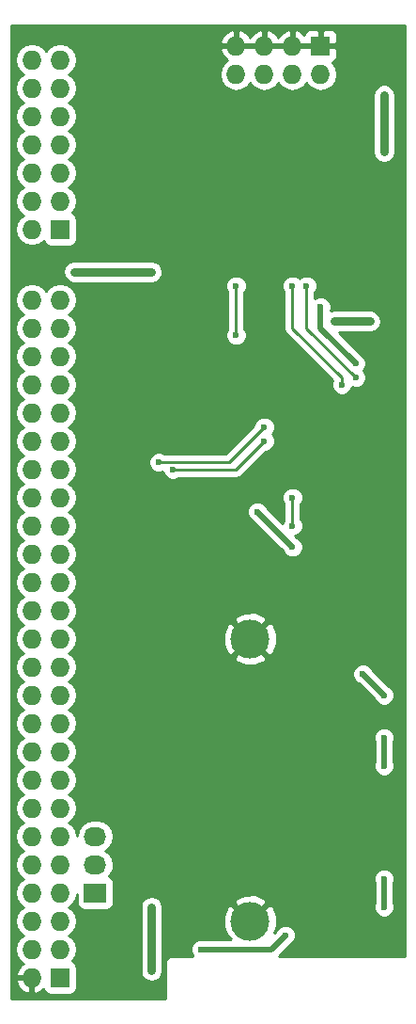
<source format=gbr>
G04 #@! TF.FileFunction,Copper,L2,Bot,Signal*
%FSLAX46Y46*%
G04 Gerber Fmt 4.6, Leading zero omitted, Abs format (unit mm)*
G04 Created by KiCad (PCBNEW 0.201506122246+5743~23~ubuntu14.04.1-product) date Mon 13 Jul 2015 16:56:03 BST*
%MOMM*%
G01*
G04 APERTURE LIST*
%ADD10C,0.100000*%
%ADD11C,3.500000*%
%ADD12R,1.727200X1.727200*%
%ADD13O,1.727200X1.727200*%
%ADD14R,2.032000X1.727200*%
%ADD15O,2.032000X1.727200*%
%ADD16C,0.600000*%
%ADD17C,0.750000*%
%ADD18C,0.250000*%
%ADD19C,0.500000*%
%ADD20C,0.254000*%
G04 APERTURE END LIST*
D10*
D11*
X121285000Y-83820000D03*
D12*
X104140000Y-46990000D03*
D13*
X101600000Y-46990000D03*
X104140000Y-44450000D03*
X101600000Y-44450000D03*
X104140000Y-41910000D03*
X101600000Y-41910000D03*
X104140000Y-39370000D03*
X101600000Y-39370000D03*
X104140000Y-36830000D03*
X101600000Y-36830000D03*
X104140000Y-34290000D03*
X101600000Y-34290000D03*
X104140000Y-31750000D03*
X101600000Y-31750000D03*
D12*
X104140000Y-114300000D03*
D13*
X101600000Y-114300000D03*
X104140000Y-111760000D03*
X101600000Y-111760000D03*
X104140000Y-109220000D03*
X101600000Y-109220000D03*
X104140000Y-106680000D03*
X101600000Y-106680000D03*
X104140000Y-104140000D03*
X101600000Y-104140000D03*
X104140000Y-101600000D03*
X101600000Y-101600000D03*
X104140000Y-99060000D03*
X101600000Y-99060000D03*
X104140000Y-96520000D03*
X101600000Y-96520000D03*
X104140000Y-93980000D03*
X101600000Y-93980000D03*
X104140000Y-91440000D03*
X101600000Y-91440000D03*
X104140000Y-88900000D03*
X101600000Y-88900000D03*
X104140000Y-86360000D03*
X101600000Y-86360000D03*
X104140000Y-83820000D03*
X101600000Y-83820000D03*
X104140000Y-81280000D03*
X101600000Y-81280000D03*
X104140000Y-78740000D03*
X101600000Y-78740000D03*
X104140000Y-76200000D03*
X101600000Y-76200000D03*
X104140000Y-73660000D03*
X101600000Y-73660000D03*
X104140000Y-71120000D03*
X101600000Y-71120000D03*
X104140000Y-68580000D03*
X101600000Y-68580000D03*
X104140000Y-66040000D03*
X101600000Y-66040000D03*
X104140000Y-63500000D03*
X101600000Y-63500000D03*
X104140000Y-60960000D03*
X101600000Y-60960000D03*
X104140000Y-58420000D03*
X101600000Y-58420000D03*
X104140000Y-55880000D03*
X101600000Y-55880000D03*
X104140000Y-53340000D03*
X101600000Y-53340000D03*
D11*
X121285000Y-109220000D03*
D12*
X127635000Y-30480000D03*
D13*
X127635000Y-33020000D03*
X125095000Y-30480000D03*
X125095000Y-33020000D03*
X122555000Y-30480000D03*
X122555000Y-33020000D03*
X120015000Y-30480000D03*
X120015000Y-33020000D03*
D14*
X107315000Y-106680000D03*
D15*
X107315000Y-104140000D03*
X107315000Y-101600000D03*
D16*
X130810000Y-102870000D03*
X110490000Y-99060000D03*
X110490000Y-91440000D03*
X130810000Y-105410000D03*
X118745000Y-103505000D03*
X121920000Y-102870000D03*
X123190000Y-100965000D03*
X129540000Y-39751000D03*
X118745000Y-52832000D03*
X118745000Y-73025000D03*
X117475000Y-58420000D03*
X117475000Y-38100000D03*
X127635000Y-50800000D03*
X127635000Y-71120000D03*
X127635000Y-62230000D03*
X130810000Y-30480000D03*
X116840000Y-30480000D03*
X132080000Y-55245000D03*
X128905000Y-55245000D03*
X112395000Y-50800000D03*
X105410000Y-50800000D03*
X133350000Y-40005000D03*
X133350000Y-34925000D03*
X120015000Y-56515000D03*
X120015000Y-52070000D03*
X116840000Y-111760000D03*
X127635000Y-53975000D03*
X130810000Y-59055000D03*
X125095000Y-75565000D03*
X121920000Y-72390000D03*
X124460000Y-110490000D03*
X133350000Y-107950000D03*
X133350000Y-105410000D03*
X133350000Y-95250000D03*
X133350000Y-92710000D03*
X133350000Y-88900000D03*
X131445000Y-86995000D03*
X112395000Y-107950000D03*
X112395000Y-113665000D03*
X125095000Y-52070000D03*
X129540000Y-60960000D03*
X125095000Y-71120000D03*
X125095000Y-73660000D03*
X130810000Y-60325000D03*
X126365000Y-52070000D03*
X122555000Y-66040000D03*
X114300000Y-68580000D03*
X122555000Y-64770000D03*
X113030000Y-67945000D03*
D17*
X128905000Y-55245000D02*
X132080000Y-55245000D01*
X105410000Y-50800000D02*
X112395000Y-50800000D01*
X133350000Y-40005000D02*
X133350000Y-34925000D01*
D18*
X120015000Y-52070000D02*
X120015000Y-56515000D01*
D19*
X119380000Y-111760000D02*
X116840000Y-111760000D01*
X127635000Y-55880000D02*
X127635000Y-53975000D01*
X130810000Y-59055000D02*
X127635000Y-55880000D01*
X121920000Y-72390000D02*
X125095000Y-75565000D01*
X123190000Y-111760000D02*
X124460000Y-110490000D01*
X119380000Y-111760000D02*
X123190000Y-111760000D01*
X133350000Y-107950000D02*
X133350000Y-105410000D01*
X133350000Y-95250000D02*
X133350000Y-92710000D01*
X133350000Y-88900000D02*
X131445000Y-86995000D01*
D17*
X112395000Y-113665000D02*
X112395000Y-107950000D01*
D18*
X129540000Y-60325000D02*
X125095000Y-55880000D01*
X125095000Y-55880000D02*
X125095000Y-52070000D01*
X129540000Y-60960000D02*
X129540000Y-60325000D01*
X125095000Y-73025000D02*
X125095000Y-71120000D01*
X125095000Y-73025000D02*
X125095000Y-73660000D01*
X126365000Y-55423186D02*
X126365000Y-55880000D01*
X126365000Y-55880000D02*
X130810000Y-60325000D01*
X126365000Y-52070000D02*
X126365000Y-55423186D01*
X114300000Y-68580000D02*
X120015000Y-68580000D01*
X120015000Y-68580000D02*
X122555000Y-66040000D01*
X122555000Y-64770000D02*
X119380000Y-67945000D01*
X119380000Y-67945000D02*
X113030000Y-67945000D01*
D20*
G36*
X135205000Y-112345000D02*
X135205000Y-112345000D01*
X123856580Y-112345000D01*
X124868834Y-111332745D01*
X124988943Y-111283117D01*
X125252192Y-111020327D01*
X125394838Y-110676799D01*
X125395162Y-110304833D01*
X125253117Y-109961057D01*
X124990327Y-109697808D01*
X124646799Y-109555162D01*
X124274833Y-109554838D01*
X123931057Y-109696883D01*
X123667808Y-109959673D01*
X123617434Y-110080987D01*
X123437496Y-110260925D01*
X123675956Y-109663409D01*
X123663641Y-108714677D01*
X123324271Y-107895364D01*
X122979528Y-107705077D01*
X121464605Y-109220000D01*
X121478748Y-109234143D01*
X121299143Y-109413748D01*
X121285000Y-109399605D01*
X121270858Y-109413748D01*
X121091253Y-109234143D01*
X121105395Y-109220000D01*
X119590472Y-107705077D01*
X119245729Y-107895364D01*
X118894044Y-108776591D01*
X118906359Y-109725323D01*
X119245729Y-110544636D01*
X119590470Y-110734922D01*
X119477466Y-110847926D01*
X119504540Y-110875000D01*
X117146822Y-110875000D01*
X117026799Y-110825162D01*
X116654833Y-110824838D01*
X116311057Y-110966883D01*
X116047808Y-111229673D01*
X115905162Y-111573201D01*
X115904838Y-111945167D01*
X116046883Y-112288943D01*
X116102842Y-112345000D01*
X114300000Y-112345000D01*
X114037862Y-112397143D01*
X113815632Y-112545632D01*
X113667143Y-112767862D01*
X113615000Y-113030000D01*
X113615000Y-116155000D01*
X99745000Y-116155000D01*
X99745000Y-114427000D01*
X100266183Y-114427000D01*
X100145042Y-114659026D01*
X100317312Y-115074947D01*
X100711510Y-115506821D01*
X101240973Y-115754968D01*
X101473000Y-115634469D01*
X101473000Y-114427000D01*
X100266183Y-114427000D01*
X99745000Y-114427000D01*
X99745000Y-51841400D01*
X101570641Y-51841400D01*
X100997152Y-51955474D01*
X100510971Y-52280330D01*
X100186115Y-52766511D01*
X100072041Y-53340000D01*
X100186115Y-53913489D01*
X100510971Y-54399670D01*
X100825752Y-54610000D01*
X100510971Y-54820330D01*
X100186115Y-55306511D01*
X100072041Y-55880000D01*
X100186115Y-56453489D01*
X100510971Y-56939670D01*
X100825752Y-57150000D01*
X100510971Y-57360330D01*
X100186115Y-57846511D01*
X100072041Y-58420000D01*
X100186115Y-58993489D01*
X100510971Y-59479670D01*
X100825752Y-59690000D01*
X100510971Y-59900330D01*
X100186115Y-60386511D01*
X100072041Y-60960000D01*
X100186115Y-61533489D01*
X100510971Y-62019670D01*
X100825752Y-62230000D01*
X100510971Y-62440330D01*
X100186115Y-62926511D01*
X100072041Y-63500000D01*
X100186115Y-64073489D01*
X100510971Y-64559670D01*
X100825752Y-64770000D01*
X100510971Y-64980330D01*
X100186115Y-65466511D01*
X100072041Y-66040000D01*
X100186115Y-66613489D01*
X100510971Y-67099670D01*
X100825752Y-67310000D01*
X100510971Y-67520330D01*
X100186115Y-68006511D01*
X100072041Y-68580000D01*
X100186115Y-69153489D01*
X100510971Y-69639670D01*
X100825752Y-69850000D01*
X100510971Y-70060330D01*
X100186115Y-70546511D01*
X100072041Y-71120000D01*
X100186115Y-71693489D01*
X100510971Y-72179670D01*
X100825752Y-72390000D01*
X100510971Y-72600330D01*
X100186115Y-73086511D01*
X100072041Y-73660000D01*
X100186115Y-74233489D01*
X100510971Y-74719670D01*
X100825752Y-74930000D01*
X100510971Y-75140330D01*
X100186115Y-75626511D01*
X100072041Y-76200000D01*
X100186115Y-76773489D01*
X100510971Y-77259670D01*
X100825752Y-77470000D01*
X100510971Y-77680330D01*
X100186115Y-78166511D01*
X100072041Y-78740000D01*
X100186115Y-79313489D01*
X100510971Y-79799670D01*
X100825752Y-80010000D01*
X100510971Y-80220330D01*
X100186115Y-80706511D01*
X100072041Y-81280000D01*
X100186115Y-81853489D01*
X100510971Y-82339670D01*
X100825752Y-82550000D01*
X100510971Y-82760330D01*
X100186115Y-83246511D01*
X100072041Y-83820000D01*
X100186115Y-84393489D01*
X100510971Y-84879670D01*
X100825752Y-85090000D01*
X100510971Y-85300330D01*
X100186115Y-85786511D01*
X100072041Y-86360000D01*
X100186115Y-86933489D01*
X100510971Y-87419670D01*
X100825752Y-87630000D01*
X100510971Y-87840330D01*
X100186115Y-88326511D01*
X100072041Y-88900000D01*
X100186115Y-89473489D01*
X100510971Y-89959670D01*
X100825752Y-90170000D01*
X100510971Y-90380330D01*
X100186115Y-90866511D01*
X100072041Y-91440000D01*
X100186115Y-92013489D01*
X100510971Y-92499670D01*
X100825752Y-92710000D01*
X100510971Y-92920330D01*
X100186115Y-93406511D01*
X100072041Y-93980000D01*
X100186115Y-94553489D01*
X100510971Y-95039670D01*
X100825752Y-95250000D01*
X100510971Y-95460330D01*
X100186115Y-95946511D01*
X100072041Y-96520000D01*
X100186115Y-97093489D01*
X100510971Y-97579670D01*
X100825752Y-97790000D01*
X100510971Y-98000330D01*
X100186115Y-98486511D01*
X100072041Y-99060000D01*
X100186115Y-99633489D01*
X100510971Y-100119670D01*
X100825752Y-100330000D01*
X100510971Y-100540330D01*
X100186115Y-101026511D01*
X100072041Y-101600000D01*
X100186115Y-102173489D01*
X100510971Y-102659670D01*
X100825752Y-102870000D01*
X100510971Y-103080330D01*
X100186115Y-103566511D01*
X100072041Y-104140000D01*
X100186115Y-104713489D01*
X100510971Y-105199670D01*
X100825752Y-105410000D01*
X100510971Y-105620330D01*
X100186115Y-106106511D01*
X100072041Y-106680000D01*
X100186115Y-107253489D01*
X100510971Y-107739670D01*
X100825752Y-107950000D01*
X100510971Y-108160330D01*
X100186115Y-108646511D01*
X100072041Y-109220000D01*
X100186115Y-109793489D01*
X100510971Y-110279670D01*
X100825752Y-110490000D01*
X100510971Y-110700330D01*
X100186115Y-111186511D01*
X100072041Y-111760000D01*
X100186115Y-112333489D01*
X100510971Y-112819670D01*
X100834228Y-113035664D01*
X100711510Y-113093179D01*
X100317312Y-113525053D01*
X100145042Y-113940974D01*
X100266183Y-114173000D01*
X101473000Y-114173000D01*
X101473000Y-114153000D01*
X101727000Y-114153000D01*
X101727000Y-114173000D01*
X101747000Y-114173000D01*
X101747000Y-114427000D01*
X101727000Y-114427000D01*
X101727000Y-115634469D01*
X101959027Y-115754968D01*
X102488490Y-115506821D01*
X102659254Y-115319736D01*
X102675937Y-115405723D01*
X102815727Y-115618527D01*
X103026760Y-115760977D01*
X103276400Y-115811040D01*
X105003600Y-115811040D01*
X105245723Y-115764063D01*
X105458527Y-115624273D01*
X105600977Y-115413240D01*
X105651040Y-115163600D01*
X105651040Y-113436400D01*
X105604063Y-113194277D01*
X105464273Y-112981473D01*
X105253240Y-112839023D01*
X105212340Y-112830821D01*
X105229029Y-112819670D01*
X105553885Y-112333489D01*
X105667959Y-111760000D01*
X105553885Y-111186511D01*
X105229029Y-110700330D01*
X104914248Y-110490000D01*
X105229029Y-110279670D01*
X105553885Y-109793489D01*
X105667959Y-109220000D01*
X105553885Y-108646511D01*
X105229029Y-108160330D01*
X104914248Y-107950000D01*
X105229029Y-107739670D01*
X105553885Y-107253489D01*
X105651560Y-106762443D01*
X105651560Y-107543600D01*
X105698537Y-107785723D01*
X105838327Y-107998527D01*
X106049360Y-108140977D01*
X106299000Y-108191040D01*
X108331000Y-108191040D01*
X108573123Y-108144063D01*
X108785927Y-108004273D01*
X108928377Y-107793240D01*
X108978440Y-107543600D01*
X108978440Y-106940000D01*
X112395000Y-106940000D01*
X112008490Y-107016882D01*
X111680822Y-107235822D01*
X111461882Y-107563490D01*
X111385000Y-107950000D01*
X111385000Y-113665000D01*
X111461882Y-114051510D01*
X111680822Y-114379178D01*
X112008490Y-114598118D01*
X112395000Y-114675000D01*
X112781510Y-114598118D01*
X113109178Y-114379178D01*
X113328118Y-114051510D01*
X113405000Y-113665000D01*
X113405000Y-107950000D01*
X113328118Y-107563490D01*
X113109178Y-107235822D01*
X112781510Y-107016882D01*
X112395000Y-106940000D01*
X108978440Y-106940000D01*
X108978440Y-106829044D01*
X121728409Y-106829044D01*
X120779677Y-106841359D01*
X119960364Y-107180729D01*
X119770077Y-107525472D01*
X121285000Y-109040395D01*
X122799923Y-107525472D01*
X122609636Y-107180729D01*
X121728409Y-106829044D01*
X108978440Y-106829044D01*
X108978440Y-105816400D01*
X108931463Y-105574277D01*
X108791673Y-105361473D01*
X108580640Y-105219023D01*
X108542037Y-105211282D01*
X108559415Y-105199670D01*
X108884271Y-104713489D01*
X108931741Y-104474838D01*
X133164833Y-104474838D01*
X132821057Y-104616883D01*
X132557808Y-104879673D01*
X132415162Y-105223201D01*
X132414838Y-105595167D01*
X132465000Y-105716569D01*
X132465000Y-107643178D01*
X132415162Y-107763201D01*
X132414838Y-108135167D01*
X132556883Y-108478943D01*
X132819673Y-108742192D01*
X133163201Y-108884838D01*
X133535167Y-108885162D01*
X133878943Y-108743117D01*
X134142192Y-108480327D01*
X134284838Y-108136799D01*
X134285162Y-107764833D01*
X134235000Y-107643431D01*
X134235000Y-105716822D01*
X134284838Y-105596799D01*
X134285162Y-105224833D01*
X134143117Y-104881057D01*
X133880327Y-104617808D01*
X133536799Y-104475162D01*
X133164833Y-104474838D01*
X108931741Y-104474838D01*
X108998345Y-104140000D01*
X108884271Y-103566511D01*
X108559415Y-103080330D01*
X108244634Y-102870000D01*
X108559415Y-102659670D01*
X108884271Y-102173489D01*
X108998345Y-101600000D01*
X108884271Y-101026511D01*
X108559415Y-100540330D01*
X108073234Y-100215474D01*
X107499745Y-100101400D01*
X107130255Y-100101400D01*
X106556766Y-100215474D01*
X106070585Y-100540330D01*
X105745729Y-101026511D01*
X105649807Y-101508744D01*
X105553885Y-101026511D01*
X105229029Y-100540330D01*
X104914248Y-100330000D01*
X105229029Y-100119670D01*
X105553885Y-99633489D01*
X105667959Y-99060000D01*
X105553885Y-98486511D01*
X105229029Y-98000330D01*
X104914248Y-97790000D01*
X105229029Y-97579670D01*
X105553885Y-97093489D01*
X105667959Y-96520000D01*
X105553885Y-95946511D01*
X105229029Y-95460330D01*
X104914248Y-95250000D01*
X105229029Y-95039670D01*
X105553885Y-94553489D01*
X105667959Y-93980000D01*
X105553885Y-93406511D01*
X105229029Y-92920330D01*
X104914248Y-92710000D01*
X105229029Y-92499670D01*
X105553885Y-92013489D01*
X105601355Y-91774838D01*
X133164833Y-91774838D01*
X132821057Y-91916883D01*
X132557808Y-92179673D01*
X132415162Y-92523201D01*
X132414838Y-92895167D01*
X132465000Y-93016569D01*
X132465000Y-94943178D01*
X132415162Y-95063201D01*
X132414838Y-95435167D01*
X132556883Y-95778943D01*
X132819673Y-96042192D01*
X133163201Y-96184838D01*
X133535167Y-96185162D01*
X133878943Y-96043117D01*
X134142192Y-95780327D01*
X134284838Y-95436799D01*
X134285162Y-95064833D01*
X134235000Y-94943431D01*
X134235000Y-93016822D01*
X134284838Y-92896799D01*
X134285162Y-92524833D01*
X134143117Y-92181057D01*
X133880327Y-91917808D01*
X133536799Y-91775162D01*
X133164833Y-91774838D01*
X105601355Y-91774838D01*
X105667959Y-91440000D01*
X105553885Y-90866511D01*
X105229029Y-90380330D01*
X104914248Y-90170000D01*
X105229029Y-89959670D01*
X105553885Y-89473489D01*
X105667959Y-88900000D01*
X105553885Y-88326511D01*
X105229029Y-87840330D01*
X104914248Y-87630000D01*
X105229029Y-87419670D01*
X105553885Y-86933489D01*
X105667959Y-86360000D01*
X105553885Y-85786511D01*
X105229029Y-85300330D01*
X104914248Y-85090000D01*
X105229029Y-84879670D01*
X105553885Y-84393489D01*
X105667959Y-83820000D01*
X105553885Y-83246511D01*
X105229029Y-82760330D01*
X104914248Y-82550000D01*
X105229029Y-82339670D01*
X105252143Y-82305077D01*
X119590472Y-82305077D01*
X119245729Y-82495364D01*
X118894044Y-83376591D01*
X118906359Y-84325323D01*
X119245729Y-85144636D01*
X119590472Y-85334923D01*
X120925790Y-83999605D01*
X121285000Y-83999605D01*
X119770077Y-85514528D01*
X119960364Y-85859271D01*
X120841591Y-86210956D01*
X121790323Y-86198641D01*
X122125423Y-86059838D01*
X131259833Y-86059838D01*
X130916057Y-86201883D01*
X130652808Y-86464673D01*
X130510162Y-86808201D01*
X130509838Y-87180167D01*
X130651883Y-87523943D01*
X130914673Y-87787192D01*
X131035986Y-87837566D01*
X132507255Y-89308834D01*
X132556883Y-89428943D01*
X132819673Y-89692192D01*
X133163201Y-89834838D01*
X133535167Y-89835162D01*
X133878943Y-89693117D01*
X134142192Y-89430327D01*
X134284838Y-89086799D01*
X134285162Y-88714833D01*
X134143117Y-88371057D01*
X133880327Y-88107808D01*
X133759013Y-88057434D01*
X132287744Y-86586164D01*
X132238117Y-86466057D01*
X131975327Y-86202808D01*
X131631799Y-86060162D01*
X131259833Y-86059838D01*
X122125423Y-86059838D01*
X122609636Y-85859271D01*
X122799923Y-85514528D01*
X121285000Y-83999605D01*
X120925790Y-83999605D01*
X121105395Y-83820000D01*
X119590472Y-82305077D01*
X105252143Y-82305077D01*
X105553885Y-81853489D01*
X105638312Y-81429044D01*
X121728409Y-81429044D01*
X120779677Y-81441359D01*
X119960364Y-81780729D01*
X119770077Y-82125472D01*
X121285000Y-83640395D01*
X122620318Y-82305077D01*
X122979528Y-82305077D01*
X121464605Y-83820000D01*
X122979528Y-85334923D01*
X123324271Y-85144636D01*
X123675956Y-84263409D01*
X123663641Y-83314677D01*
X123324271Y-82495364D01*
X122979528Y-82305077D01*
X122620318Y-82305077D01*
X122799923Y-82125472D01*
X122609636Y-81780729D01*
X121728409Y-81429044D01*
X105638312Y-81429044D01*
X105667959Y-81280000D01*
X105553885Y-80706511D01*
X105229029Y-80220330D01*
X104914248Y-80010000D01*
X105229029Y-79799670D01*
X105553885Y-79313489D01*
X105667959Y-78740000D01*
X105553885Y-78166511D01*
X105229029Y-77680330D01*
X104914248Y-77470000D01*
X105229029Y-77259670D01*
X105553885Y-76773489D01*
X105667959Y-76200000D01*
X105553885Y-75626511D01*
X105229029Y-75140330D01*
X104914248Y-74930000D01*
X105229029Y-74719670D01*
X105553885Y-74233489D01*
X105667959Y-73660000D01*
X105553885Y-73086511D01*
X105229029Y-72600330D01*
X104914248Y-72390000D01*
X105229029Y-72179670D01*
X105553885Y-71693489D01*
X105667959Y-71120000D01*
X105553885Y-70546511D01*
X105312223Y-70184838D01*
X124909833Y-70184838D01*
X124566057Y-70326883D01*
X124302808Y-70589673D01*
X124160162Y-70933201D01*
X124159838Y-71305167D01*
X124301883Y-71648943D01*
X124335000Y-71682118D01*
X124335000Y-73097537D01*
X124302808Y-73129673D01*
X124187924Y-73406344D01*
X122762744Y-71981164D01*
X122713117Y-71861057D01*
X122450327Y-71597808D01*
X122106799Y-71455162D01*
X121734833Y-71454838D01*
X121391057Y-71596883D01*
X121127808Y-71859673D01*
X120985162Y-72203201D01*
X120984838Y-72575167D01*
X121126883Y-72918943D01*
X121389673Y-73182192D01*
X121510986Y-73232566D01*
X124252255Y-75973834D01*
X124301883Y-76093943D01*
X124564673Y-76357192D01*
X124908201Y-76499838D01*
X125280167Y-76500162D01*
X125623943Y-76358117D01*
X125887192Y-76095327D01*
X126029838Y-75751799D01*
X126030162Y-75379833D01*
X125888117Y-75036057D01*
X125625327Y-74772808D01*
X125504013Y-74722434D01*
X125348505Y-74566926D01*
X125623943Y-74453117D01*
X125887192Y-74190327D01*
X126029838Y-73846799D01*
X126030162Y-73474833D01*
X125888117Y-73131057D01*
X125855000Y-73097882D01*
X125855000Y-71682463D01*
X125887192Y-71650327D01*
X126029838Y-71306799D01*
X126030162Y-70934833D01*
X125888117Y-70591057D01*
X125625327Y-70327808D01*
X125281799Y-70185162D01*
X124909833Y-70184838D01*
X105312223Y-70184838D01*
X105229029Y-70060330D01*
X104914248Y-69850000D01*
X105229029Y-69639670D01*
X105553885Y-69153489D01*
X105667959Y-68580000D01*
X105553885Y-68006511D01*
X105229029Y-67520330D01*
X104914248Y-67310000D01*
X105229029Y-67099670D01*
X105553885Y-66613489D01*
X105667959Y-66040000D01*
X105553885Y-65466511D01*
X105229029Y-64980330D01*
X104914248Y-64770000D01*
X105229029Y-64559670D01*
X105553885Y-64073489D01*
X105601355Y-63834838D01*
X122369833Y-63834838D01*
X122026057Y-63976883D01*
X121762808Y-64239673D01*
X121620162Y-64583201D01*
X121620121Y-64630077D01*
X119065198Y-67185000D01*
X113592463Y-67185000D01*
X113560327Y-67152808D01*
X113216799Y-67010162D01*
X112844833Y-67009838D01*
X112501057Y-67151883D01*
X112237808Y-67414673D01*
X112095162Y-67758201D01*
X112094838Y-68130167D01*
X112236883Y-68473943D01*
X112499673Y-68737192D01*
X112843201Y-68879838D01*
X113215167Y-68880162D01*
X113383597Y-68810568D01*
X113506883Y-69108943D01*
X113769673Y-69372192D01*
X114113201Y-69514838D01*
X114485167Y-69515162D01*
X114828943Y-69373117D01*
X114862118Y-69340000D01*
X120015000Y-69340000D01*
X120305839Y-69282148D01*
X120552401Y-69117401D01*
X122694680Y-66975122D01*
X122740167Y-66975162D01*
X123083943Y-66833117D01*
X123347192Y-66570327D01*
X123489838Y-66226799D01*
X123490162Y-65854833D01*
X123348117Y-65511057D01*
X123242290Y-65405046D01*
X123347192Y-65300327D01*
X123489838Y-64956799D01*
X123490162Y-64584833D01*
X123348117Y-64241057D01*
X123085327Y-63977808D01*
X122741799Y-63835162D01*
X122369833Y-63834838D01*
X105601355Y-63834838D01*
X105667959Y-63500000D01*
X105553885Y-62926511D01*
X105229029Y-62440330D01*
X104914248Y-62230000D01*
X105229029Y-62019670D01*
X105553885Y-61533489D01*
X105667959Y-60960000D01*
X105553885Y-60386511D01*
X105229029Y-59900330D01*
X104914248Y-59690000D01*
X105229029Y-59479670D01*
X105553885Y-58993489D01*
X105667959Y-58420000D01*
X105553885Y-57846511D01*
X105229029Y-57360330D01*
X104914248Y-57150000D01*
X105229029Y-56939670D01*
X105553885Y-56453489D01*
X105667959Y-55880000D01*
X105553885Y-55306511D01*
X105229029Y-54820330D01*
X104914248Y-54610000D01*
X105229029Y-54399670D01*
X105553885Y-53913489D01*
X105667959Y-53340000D01*
X105553885Y-52766511D01*
X105229029Y-52280330D01*
X104742848Y-51955474D01*
X104169359Y-51841400D01*
X104110641Y-51841400D01*
X103537152Y-51955474D01*
X103050971Y-52280330D01*
X102870000Y-52551172D01*
X102689029Y-52280330D01*
X102202848Y-51955474D01*
X101629359Y-51841400D01*
X101570641Y-51841400D01*
X99745000Y-51841400D01*
X99745000Y-49790000D01*
X105410000Y-49790000D01*
X105023490Y-49866882D01*
X104695822Y-50085822D01*
X104476882Y-50413490D01*
X104400000Y-50800000D01*
X104476882Y-51186510D01*
X104695822Y-51514178D01*
X105023490Y-51733118D01*
X105410000Y-51810000D01*
X112395000Y-51810000D01*
X112781510Y-51733118D01*
X113109178Y-51514178D01*
X113328118Y-51186510D01*
X113338396Y-51134838D01*
X119829833Y-51134838D01*
X119486057Y-51276883D01*
X119222808Y-51539673D01*
X119080162Y-51883201D01*
X119079838Y-52255167D01*
X119221883Y-52598943D01*
X119255000Y-52632118D01*
X119255000Y-55952537D01*
X119222808Y-55984673D01*
X119080162Y-56328201D01*
X119079838Y-56700167D01*
X119221883Y-57043943D01*
X119484673Y-57307192D01*
X119828201Y-57449838D01*
X120200167Y-57450162D01*
X120543943Y-57308117D01*
X120807192Y-57045327D01*
X120949838Y-56701799D01*
X120950162Y-56329833D01*
X120808117Y-55986057D01*
X120775000Y-55952882D01*
X120775000Y-52632463D01*
X120807192Y-52600327D01*
X120949838Y-52256799D01*
X120950162Y-51884833D01*
X120808117Y-51541057D01*
X120545327Y-51277808D01*
X120201799Y-51135162D01*
X119829833Y-51134838D01*
X124909833Y-51134838D01*
X124566057Y-51276883D01*
X124302808Y-51539673D01*
X124160162Y-51883201D01*
X124159838Y-52255167D01*
X124301883Y-52598943D01*
X124335000Y-52632118D01*
X124335000Y-55880000D01*
X124392852Y-56170839D01*
X124557599Y-56417401D01*
X128695600Y-60555402D01*
X128605162Y-60773201D01*
X128604838Y-61145167D01*
X128746883Y-61488943D01*
X129009673Y-61752192D01*
X129353201Y-61894838D01*
X129725167Y-61895162D01*
X130068943Y-61753117D01*
X130332192Y-61490327D01*
X130456622Y-61190668D01*
X130623201Y-61259838D01*
X130995167Y-61260162D01*
X131338943Y-61118117D01*
X131602192Y-60855327D01*
X131744838Y-60511799D01*
X131745162Y-60139833D01*
X131603117Y-59796057D01*
X131497290Y-59690046D01*
X131602192Y-59585327D01*
X131744838Y-59241799D01*
X131745162Y-58869833D01*
X131603117Y-58526057D01*
X131340327Y-58262808D01*
X131219013Y-58212434D01*
X129261580Y-56255000D01*
X132080000Y-56255000D01*
X132466510Y-56178118D01*
X132794178Y-55959178D01*
X133013118Y-55631510D01*
X133090000Y-55245000D01*
X133013118Y-54858490D01*
X132794178Y-54530822D01*
X132466510Y-54311882D01*
X132080000Y-54235000D01*
X128905000Y-54235000D01*
X128520000Y-54311582D01*
X128520000Y-54281822D01*
X128569838Y-54161799D01*
X128570162Y-53789833D01*
X128428117Y-53446057D01*
X128165327Y-53182808D01*
X127821799Y-53040162D01*
X127449833Y-53039838D01*
X127125000Y-53174056D01*
X127125000Y-52632463D01*
X127157192Y-52600327D01*
X127299838Y-52256799D01*
X127300162Y-51884833D01*
X127158117Y-51541057D01*
X126895327Y-51277808D01*
X126551799Y-51135162D01*
X126179833Y-51134838D01*
X125836057Y-51276883D01*
X125730046Y-51382710D01*
X125625327Y-51277808D01*
X125281799Y-51135162D01*
X124909833Y-51134838D01*
X119829833Y-51134838D01*
X119829833Y-51134838D01*
X113338396Y-51134838D01*
X113405000Y-50800000D01*
X113328118Y-50413490D01*
X113109178Y-50085822D01*
X112781510Y-49866882D01*
X112395000Y-49790000D01*
X105410000Y-49790000D01*
X99745000Y-49790000D01*
X99745000Y-30251400D01*
X101570641Y-30251400D01*
X100997152Y-30365474D01*
X100510971Y-30690330D01*
X100186115Y-31176511D01*
X100072041Y-31750000D01*
X100186115Y-32323489D01*
X100510971Y-32809670D01*
X100825752Y-33020000D01*
X100510971Y-33230330D01*
X100186115Y-33716511D01*
X100072041Y-34290000D01*
X100186115Y-34863489D01*
X100510971Y-35349670D01*
X100825752Y-35560000D01*
X100510971Y-35770330D01*
X100186115Y-36256511D01*
X100072041Y-36830000D01*
X100186115Y-37403489D01*
X100510971Y-37889670D01*
X100825752Y-38100000D01*
X100510971Y-38310330D01*
X100186115Y-38796511D01*
X100072041Y-39370000D01*
X100186115Y-39943489D01*
X100510971Y-40429670D01*
X100825752Y-40640000D01*
X100510971Y-40850330D01*
X100186115Y-41336511D01*
X100072041Y-41910000D01*
X100186115Y-42483489D01*
X100510971Y-42969670D01*
X100825752Y-43180000D01*
X100510971Y-43390330D01*
X100186115Y-43876511D01*
X100072041Y-44450000D01*
X100186115Y-45023489D01*
X100510971Y-45509670D01*
X100825752Y-45720000D01*
X100510971Y-45930330D01*
X100186115Y-46416511D01*
X100072041Y-46990000D01*
X100186115Y-47563489D01*
X100510971Y-48049670D01*
X100997152Y-48374526D01*
X101570641Y-48488600D01*
X101629359Y-48488600D01*
X102202848Y-48374526D01*
X102669530Y-48062699D01*
X102675937Y-48095723D01*
X102815727Y-48308527D01*
X103026760Y-48450977D01*
X103276400Y-48501040D01*
X105003600Y-48501040D01*
X105245723Y-48454063D01*
X105458527Y-48314273D01*
X105600977Y-48103240D01*
X105651040Y-47853600D01*
X105651040Y-46126400D01*
X105604063Y-45884277D01*
X105464273Y-45671473D01*
X105253240Y-45529023D01*
X105212340Y-45520821D01*
X105229029Y-45509670D01*
X105553885Y-45023489D01*
X105667959Y-44450000D01*
X105553885Y-43876511D01*
X105229029Y-43390330D01*
X104914248Y-43180000D01*
X105229029Y-42969670D01*
X105553885Y-42483489D01*
X105667959Y-41910000D01*
X105553885Y-41336511D01*
X105229029Y-40850330D01*
X104914248Y-40640000D01*
X105229029Y-40429670D01*
X105553885Y-39943489D01*
X105667959Y-39370000D01*
X105553885Y-38796511D01*
X105229029Y-38310330D01*
X104914248Y-38100000D01*
X105229029Y-37889670D01*
X105553885Y-37403489D01*
X105667959Y-36830000D01*
X105553885Y-36256511D01*
X105229029Y-35770330D01*
X104914248Y-35560000D01*
X105229029Y-35349670D01*
X105553885Y-34863489D01*
X105667959Y-34290000D01*
X105553885Y-33716511D01*
X105229029Y-33230330D01*
X104914248Y-33020000D01*
X105229029Y-32809670D01*
X105553885Y-32323489D01*
X105667959Y-31750000D01*
X105553885Y-31176511D01*
X105229029Y-30690330D01*
X105104317Y-30607000D01*
X118680531Y-30607000D01*
X118560032Y-30839027D01*
X118808179Y-31368490D01*
X119226161Y-31750008D01*
X118955330Y-31930971D01*
X118630474Y-32417152D01*
X118516400Y-32990641D01*
X118516400Y-33049359D01*
X118630474Y-33622848D01*
X118955330Y-34109029D01*
X119441511Y-34433885D01*
X120015000Y-34547959D01*
X120588489Y-34433885D01*
X121074670Y-34109029D01*
X121285000Y-33794248D01*
X121495330Y-34109029D01*
X121981511Y-34433885D01*
X122555000Y-34547959D01*
X123128489Y-34433885D01*
X123614670Y-34109029D01*
X123825000Y-33794248D01*
X124035330Y-34109029D01*
X124521511Y-34433885D01*
X125095000Y-34547959D01*
X125668489Y-34433885D01*
X126154670Y-34109029D01*
X126365000Y-33794248D01*
X126575330Y-34109029D01*
X127061511Y-34433885D01*
X127635000Y-34547959D01*
X128208489Y-34433885D01*
X128694670Y-34109029D01*
X128824316Y-33915000D01*
X133350000Y-33915000D01*
X132963490Y-33991882D01*
X132635822Y-34210822D01*
X132416882Y-34538490D01*
X132340000Y-34925000D01*
X132340000Y-40005000D01*
X132416882Y-40391510D01*
X132635822Y-40719178D01*
X132963490Y-40938118D01*
X133350000Y-41015000D01*
X133736510Y-40938118D01*
X134064178Y-40719178D01*
X134283118Y-40391510D01*
X134360000Y-40005000D01*
X134360000Y-34925000D01*
X134283118Y-34538490D01*
X134064178Y-34210822D01*
X133736510Y-33991882D01*
X133350000Y-33915000D01*
X128824316Y-33915000D01*
X129019526Y-33622848D01*
X129133600Y-33049359D01*
X129133600Y-32990641D01*
X129019526Y-32417152D01*
X128704474Y-31945644D01*
X128858299Y-31881927D01*
X129036927Y-31703298D01*
X129133600Y-31469909D01*
X129133600Y-30765750D01*
X128974850Y-30607000D01*
X127762000Y-30607000D01*
X127762000Y-30627000D01*
X127508000Y-30627000D01*
X127508000Y-30607000D01*
X125222000Y-30607000D01*
X125222000Y-30627000D01*
X124968000Y-30627000D01*
X124968000Y-30607000D01*
X122682000Y-30607000D01*
X122682000Y-30627000D01*
X122428000Y-30627000D01*
X122428000Y-30607000D01*
X120142000Y-30607000D01*
X120142000Y-30627000D01*
X119888000Y-30627000D01*
X119888000Y-30607000D01*
X118680531Y-30607000D01*
X105104317Y-30607000D01*
X104742848Y-30365474D01*
X104169359Y-30251400D01*
X104110641Y-30251400D01*
X103537152Y-30365474D01*
X103050971Y-30690330D01*
X102870000Y-30961172D01*
X102689029Y-30690330D01*
X102202848Y-30365474D01*
X101629359Y-30251400D01*
X101570641Y-30251400D01*
X99745000Y-30251400D01*
X99745000Y-29025042D01*
X119655974Y-29025042D01*
X119240053Y-29197312D01*
X118808179Y-29591510D01*
X118560032Y-30120973D01*
X118680531Y-30353000D01*
X119888000Y-30353000D01*
X119888000Y-29146183D01*
X119655974Y-29025042D01*
X120374026Y-29025042D01*
X120142000Y-29146183D01*
X120142000Y-30353000D01*
X122428000Y-30353000D01*
X122428000Y-29146183D01*
X122195974Y-29025042D01*
X122914026Y-29025042D01*
X122682000Y-29146183D01*
X122682000Y-30353000D01*
X124968000Y-30353000D01*
X124968000Y-29146183D01*
X124735974Y-29025042D01*
X124320053Y-29197312D01*
X123888179Y-29591510D01*
X123825000Y-29726313D01*
X123761821Y-29591510D01*
X123329947Y-29197312D01*
X122914026Y-29025042D01*
X122195974Y-29025042D01*
X122195974Y-29025042D01*
X121780053Y-29197312D01*
X121348179Y-29591510D01*
X121285000Y-29726313D01*
X121221821Y-29591510D01*
X120789947Y-29197312D01*
X120374026Y-29025042D01*
X119655974Y-29025042D01*
X119655974Y-29025042D01*
X99745000Y-29025042D01*
X99745000Y-28981400D01*
X126645090Y-28981400D01*
X126411701Y-29078073D01*
X126233073Y-29256702D01*
X126151300Y-29454120D01*
X125869947Y-29197312D01*
X125454026Y-29025042D01*
X125222000Y-29146183D01*
X125222000Y-30353000D01*
X127508000Y-30353000D01*
X127508000Y-29140150D01*
X127349250Y-28981400D01*
X127920750Y-28981400D01*
X127762000Y-29140150D01*
X127762000Y-30353000D01*
X128974850Y-30353000D01*
X129133600Y-30194250D01*
X129133600Y-29490091D01*
X129036927Y-29256702D01*
X128858299Y-29078073D01*
X128624910Y-28981400D01*
X127920750Y-28981400D01*
X127349250Y-28981400D01*
X127349250Y-28981400D01*
X126645090Y-28981400D01*
X99745000Y-28981400D01*
X99745000Y-28625000D01*
X135205000Y-28625000D01*
X135205000Y-112345000D01*
X135205000Y-112345000D01*
G37*
X135205000Y-112345000D02*
X135205000Y-112345000D01*
X123856580Y-112345000D01*
X124868834Y-111332745D01*
X124988943Y-111283117D01*
X125252192Y-111020327D01*
X125394838Y-110676799D01*
X125395162Y-110304833D01*
X125253117Y-109961057D01*
X124990327Y-109697808D01*
X124646799Y-109555162D01*
X124274833Y-109554838D01*
X123931057Y-109696883D01*
X123667808Y-109959673D01*
X123617434Y-110080987D01*
X123437496Y-110260925D01*
X123675956Y-109663409D01*
X123663641Y-108714677D01*
X123324271Y-107895364D01*
X122979528Y-107705077D01*
X121464605Y-109220000D01*
X121478748Y-109234143D01*
X121299143Y-109413748D01*
X121285000Y-109399605D01*
X121270858Y-109413748D01*
X121091253Y-109234143D01*
X121105395Y-109220000D01*
X119590472Y-107705077D01*
X119245729Y-107895364D01*
X118894044Y-108776591D01*
X118906359Y-109725323D01*
X119245729Y-110544636D01*
X119590470Y-110734922D01*
X119477466Y-110847926D01*
X119504540Y-110875000D01*
X117146822Y-110875000D01*
X117026799Y-110825162D01*
X116654833Y-110824838D01*
X116311057Y-110966883D01*
X116047808Y-111229673D01*
X115905162Y-111573201D01*
X115904838Y-111945167D01*
X116046883Y-112288943D01*
X116102842Y-112345000D01*
X114300000Y-112345000D01*
X114037862Y-112397143D01*
X113815632Y-112545632D01*
X113667143Y-112767862D01*
X113615000Y-113030000D01*
X113615000Y-116155000D01*
X99745000Y-116155000D01*
X99745000Y-114427000D01*
X100266183Y-114427000D01*
X100145042Y-114659026D01*
X100317312Y-115074947D01*
X100711510Y-115506821D01*
X101240973Y-115754968D01*
X101473000Y-115634469D01*
X101473000Y-114427000D01*
X100266183Y-114427000D01*
X99745000Y-114427000D01*
X99745000Y-51841400D01*
X101570641Y-51841400D01*
X100997152Y-51955474D01*
X100510971Y-52280330D01*
X100186115Y-52766511D01*
X100072041Y-53340000D01*
X100186115Y-53913489D01*
X100510971Y-54399670D01*
X100825752Y-54610000D01*
X100510971Y-54820330D01*
X100186115Y-55306511D01*
X100072041Y-55880000D01*
X100186115Y-56453489D01*
X100510971Y-56939670D01*
X100825752Y-57150000D01*
X100510971Y-57360330D01*
X100186115Y-57846511D01*
X100072041Y-58420000D01*
X100186115Y-58993489D01*
X100510971Y-59479670D01*
X100825752Y-59690000D01*
X100510971Y-59900330D01*
X100186115Y-60386511D01*
X100072041Y-60960000D01*
X100186115Y-61533489D01*
X100510971Y-62019670D01*
X100825752Y-62230000D01*
X100510971Y-62440330D01*
X100186115Y-62926511D01*
X100072041Y-63500000D01*
X100186115Y-64073489D01*
X100510971Y-64559670D01*
X100825752Y-64770000D01*
X100510971Y-64980330D01*
X100186115Y-65466511D01*
X100072041Y-66040000D01*
X100186115Y-66613489D01*
X100510971Y-67099670D01*
X100825752Y-67310000D01*
X100510971Y-67520330D01*
X100186115Y-68006511D01*
X100072041Y-68580000D01*
X100186115Y-69153489D01*
X100510971Y-69639670D01*
X100825752Y-69850000D01*
X100510971Y-70060330D01*
X100186115Y-70546511D01*
X100072041Y-71120000D01*
X100186115Y-71693489D01*
X100510971Y-72179670D01*
X100825752Y-72390000D01*
X100510971Y-72600330D01*
X100186115Y-73086511D01*
X100072041Y-73660000D01*
X100186115Y-74233489D01*
X100510971Y-74719670D01*
X100825752Y-74930000D01*
X100510971Y-75140330D01*
X100186115Y-75626511D01*
X100072041Y-76200000D01*
X100186115Y-76773489D01*
X100510971Y-77259670D01*
X100825752Y-77470000D01*
X100510971Y-77680330D01*
X100186115Y-78166511D01*
X100072041Y-78740000D01*
X100186115Y-79313489D01*
X100510971Y-79799670D01*
X100825752Y-80010000D01*
X100510971Y-80220330D01*
X100186115Y-80706511D01*
X100072041Y-81280000D01*
X100186115Y-81853489D01*
X100510971Y-82339670D01*
X100825752Y-82550000D01*
X100510971Y-82760330D01*
X100186115Y-83246511D01*
X100072041Y-83820000D01*
X100186115Y-84393489D01*
X100510971Y-84879670D01*
X100825752Y-85090000D01*
X100510971Y-85300330D01*
X100186115Y-85786511D01*
X100072041Y-86360000D01*
X100186115Y-86933489D01*
X100510971Y-87419670D01*
X100825752Y-87630000D01*
X100510971Y-87840330D01*
X100186115Y-88326511D01*
X100072041Y-88900000D01*
X100186115Y-89473489D01*
X100510971Y-89959670D01*
X100825752Y-90170000D01*
X100510971Y-90380330D01*
X100186115Y-90866511D01*
X100072041Y-91440000D01*
X100186115Y-92013489D01*
X100510971Y-92499670D01*
X100825752Y-92710000D01*
X100510971Y-92920330D01*
X100186115Y-93406511D01*
X100072041Y-93980000D01*
X100186115Y-94553489D01*
X100510971Y-95039670D01*
X100825752Y-95250000D01*
X100510971Y-95460330D01*
X100186115Y-95946511D01*
X100072041Y-96520000D01*
X100186115Y-97093489D01*
X100510971Y-97579670D01*
X100825752Y-97790000D01*
X100510971Y-98000330D01*
X100186115Y-98486511D01*
X100072041Y-99060000D01*
X100186115Y-99633489D01*
X100510971Y-100119670D01*
X100825752Y-100330000D01*
X100510971Y-100540330D01*
X100186115Y-101026511D01*
X100072041Y-101600000D01*
X100186115Y-102173489D01*
X100510971Y-102659670D01*
X100825752Y-102870000D01*
X100510971Y-103080330D01*
X100186115Y-103566511D01*
X100072041Y-104140000D01*
X100186115Y-104713489D01*
X100510971Y-105199670D01*
X100825752Y-105410000D01*
X100510971Y-105620330D01*
X100186115Y-106106511D01*
X100072041Y-106680000D01*
X100186115Y-107253489D01*
X100510971Y-107739670D01*
X100825752Y-107950000D01*
X100510971Y-108160330D01*
X100186115Y-108646511D01*
X100072041Y-109220000D01*
X100186115Y-109793489D01*
X100510971Y-110279670D01*
X100825752Y-110490000D01*
X100510971Y-110700330D01*
X100186115Y-111186511D01*
X100072041Y-111760000D01*
X100186115Y-112333489D01*
X100510971Y-112819670D01*
X100834228Y-113035664D01*
X100711510Y-113093179D01*
X100317312Y-113525053D01*
X100145042Y-113940974D01*
X100266183Y-114173000D01*
X101473000Y-114173000D01*
X101473000Y-114153000D01*
X101727000Y-114153000D01*
X101727000Y-114173000D01*
X101747000Y-114173000D01*
X101747000Y-114427000D01*
X101727000Y-114427000D01*
X101727000Y-115634469D01*
X101959027Y-115754968D01*
X102488490Y-115506821D01*
X102659254Y-115319736D01*
X102675937Y-115405723D01*
X102815727Y-115618527D01*
X103026760Y-115760977D01*
X103276400Y-115811040D01*
X105003600Y-115811040D01*
X105245723Y-115764063D01*
X105458527Y-115624273D01*
X105600977Y-115413240D01*
X105651040Y-115163600D01*
X105651040Y-113436400D01*
X105604063Y-113194277D01*
X105464273Y-112981473D01*
X105253240Y-112839023D01*
X105212340Y-112830821D01*
X105229029Y-112819670D01*
X105553885Y-112333489D01*
X105667959Y-111760000D01*
X105553885Y-111186511D01*
X105229029Y-110700330D01*
X104914248Y-110490000D01*
X105229029Y-110279670D01*
X105553885Y-109793489D01*
X105667959Y-109220000D01*
X105553885Y-108646511D01*
X105229029Y-108160330D01*
X104914248Y-107950000D01*
X105229029Y-107739670D01*
X105553885Y-107253489D01*
X105651560Y-106762443D01*
X105651560Y-107543600D01*
X105698537Y-107785723D01*
X105838327Y-107998527D01*
X106049360Y-108140977D01*
X106299000Y-108191040D01*
X108331000Y-108191040D01*
X108573123Y-108144063D01*
X108785927Y-108004273D01*
X108928377Y-107793240D01*
X108978440Y-107543600D01*
X108978440Y-106940000D01*
X112395000Y-106940000D01*
X112008490Y-107016882D01*
X111680822Y-107235822D01*
X111461882Y-107563490D01*
X111385000Y-107950000D01*
X111385000Y-113665000D01*
X111461882Y-114051510D01*
X111680822Y-114379178D01*
X112008490Y-114598118D01*
X112395000Y-114675000D01*
X112781510Y-114598118D01*
X113109178Y-114379178D01*
X113328118Y-114051510D01*
X113405000Y-113665000D01*
X113405000Y-107950000D01*
X113328118Y-107563490D01*
X113109178Y-107235822D01*
X112781510Y-107016882D01*
X112395000Y-106940000D01*
X108978440Y-106940000D01*
X108978440Y-106829044D01*
X121728409Y-106829044D01*
X120779677Y-106841359D01*
X119960364Y-107180729D01*
X119770077Y-107525472D01*
X121285000Y-109040395D01*
X122799923Y-107525472D01*
X122609636Y-107180729D01*
X121728409Y-106829044D01*
X108978440Y-106829044D01*
X108978440Y-105816400D01*
X108931463Y-105574277D01*
X108791673Y-105361473D01*
X108580640Y-105219023D01*
X108542037Y-105211282D01*
X108559415Y-105199670D01*
X108884271Y-104713489D01*
X108931741Y-104474838D01*
X133164833Y-104474838D01*
X132821057Y-104616883D01*
X132557808Y-104879673D01*
X132415162Y-105223201D01*
X132414838Y-105595167D01*
X132465000Y-105716569D01*
X132465000Y-107643178D01*
X132415162Y-107763201D01*
X132414838Y-108135167D01*
X132556883Y-108478943D01*
X132819673Y-108742192D01*
X133163201Y-108884838D01*
X133535167Y-108885162D01*
X133878943Y-108743117D01*
X134142192Y-108480327D01*
X134284838Y-108136799D01*
X134285162Y-107764833D01*
X134235000Y-107643431D01*
X134235000Y-105716822D01*
X134284838Y-105596799D01*
X134285162Y-105224833D01*
X134143117Y-104881057D01*
X133880327Y-104617808D01*
X133536799Y-104475162D01*
X133164833Y-104474838D01*
X108931741Y-104474838D01*
X108998345Y-104140000D01*
X108884271Y-103566511D01*
X108559415Y-103080330D01*
X108244634Y-102870000D01*
X108559415Y-102659670D01*
X108884271Y-102173489D01*
X108998345Y-101600000D01*
X108884271Y-101026511D01*
X108559415Y-100540330D01*
X108073234Y-100215474D01*
X107499745Y-100101400D01*
X107130255Y-100101400D01*
X106556766Y-100215474D01*
X106070585Y-100540330D01*
X105745729Y-101026511D01*
X105649807Y-101508744D01*
X105553885Y-101026511D01*
X105229029Y-100540330D01*
X104914248Y-100330000D01*
X105229029Y-100119670D01*
X105553885Y-99633489D01*
X105667959Y-99060000D01*
X105553885Y-98486511D01*
X105229029Y-98000330D01*
X104914248Y-97790000D01*
X105229029Y-97579670D01*
X105553885Y-97093489D01*
X105667959Y-96520000D01*
X105553885Y-95946511D01*
X105229029Y-95460330D01*
X104914248Y-95250000D01*
X105229029Y-95039670D01*
X105553885Y-94553489D01*
X105667959Y-93980000D01*
X105553885Y-93406511D01*
X105229029Y-92920330D01*
X104914248Y-92710000D01*
X105229029Y-92499670D01*
X105553885Y-92013489D01*
X105601355Y-91774838D01*
X133164833Y-91774838D01*
X132821057Y-91916883D01*
X132557808Y-92179673D01*
X132415162Y-92523201D01*
X132414838Y-92895167D01*
X132465000Y-93016569D01*
X132465000Y-94943178D01*
X132415162Y-95063201D01*
X132414838Y-95435167D01*
X132556883Y-95778943D01*
X132819673Y-96042192D01*
X133163201Y-96184838D01*
X133535167Y-96185162D01*
X133878943Y-96043117D01*
X134142192Y-95780327D01*
X134284838Y-95436799D01*
X134285162Y-95064833D01*
X134235000Y-94943431D01*
X134235000Y-93016822D01*
X134284838Y-92896799D01*
X134285162Y-92524833D01*
X134143117Y-92181057D01*
X133880327Y-91917808D01*
X133536799Y-91775162D01*
X133164833Y-91774838D01*
X105601355Y-91774838D01*
X105667959Y-91440000D01*
X105553885Y-90866511D01*
X105229029Y-90380330D01*
X104914248Y-90170000D01*
X105229029Y-89959670D01*
X105553885Y-89473489D01*
X105667959Y-88900000D01*
X105553885Y-88326511D01*
X105229029Y-87840330D01*
X104914248Y-87630000D01*
X105229029Y-87419670D01*
X105553885Y-86933489D01*
X105667959Y-86360000D01*
X105553885Y-85786511D01*
X105229029Y-85300330D01*
X104914248Y-85090000D01*
X105229029Y-84879670D01*
X105553885Y-84393489D01*
X105667959Y-83820000D01*
X105553885Y-83246511D01*
X105229029Y-82760330D01*
X104914248Y-82550000D01*
X105229029Y-82339670D01*
X105252143Y-82305077D01*
X119590472Y-82305077D01*
X119245729Y-82495364D01*
X118894044Y-83376591D01*
X118906359Y-84325323D01*
X119245729Y-85144636D01*
X119590472Y-85334923D01*
X120925790Y-83999605D01*
X121285000Y-83999605D01*
X119770077Y-85514528D01*
X119960364Y-85859271D01*
X120841591Y-86210956D01*
X121790323Y-86198641D01*
X122125423Y-86059838D01*
X131259833Y-86059838D01*
X130916057Y-86201883D01*
X130652808Y-86464673D01*
X130510162Y-86808201D01*
X130509838Y-87180167D01*
X130651883Y-87523943D01*
X130914673Y-87787192D01*
X131035986Y-87837566D01*
X132507255Y-89308834D01*
X132556883Y-89428943D01*
X132819673Y-89692192D01*
X133163201Y-89834838D01*
X133535167Y-89835162D01*
X133878943Y-89693117D01*
X134142192Y-89430327D01*
X134284838Y-89086799D01*
X134285162Y-88714833D01*
X134143117Y-88371057D01*
X133880327Y-88107808D01*
X133759013Y-88057434D01*
X132287744Y-86586164D01*
X132238117Y-86466057D01*
X131975327Y-86202808D01*
X131631799Y-86060162D01*
X131259833Y-86059838D01*
X122125423Y-86059838D01*
X122609636Y-85859271D01*
X122799923Y-85514528D01*
X121285000Y-83999605D01*
X120925790Y-83999605D01*
X121105395Y-83820000D01*
X119590472Y-82305077D01*
X105252143Y-82305077D01*
X105553885Y-81853489D01*
X105638312Y-81429044D01*
X121728409Y-81429044D01*
X120779677Y-81441359D01*
X119960364Y-81780729D01*
X119770077Y-82125472D01*
X121285000Y-83640395D01*
X122620318Y-82305077D01*
X122979528Y-82305077D01*
X121464605Y-83820000D01*
X122979528Y-85334923D01*
X123324271Y-85144636D01*
X123675956Y-84263409D01*
X123663641Y-83314677D01*
X123324271Y-82495364D01*
X122979528Y-82305077D01*
X122620318Y-82305077D01*
X122799923Y-82125472D01*
X122609636Y-81780729D01*
X121728409Y-81429044D01*
X105638312Y-81429044D01*
X105667959Y-81280000D01*
X105553885Y-80706511D01*
X105229029Y-80220330D01*
X104914248Y-80010000D01*
X105229029Y-79799670D01*
X105553885Y-79313489D01*
X105667959Y-78740000D01*
X105553885Y-78166511D01*
X105229029Y-77680330D01*
X104914248Y-77470000D01*
X105229029Y-77259670D01*
X105553885Y-76773489D01*
X105667959Y-76200000D01*
X105553885Y-75626511D01*
X105229029Y-75140330D01*
X104914248Y-74930000D01*
X105229029Y-74719670D01*
X105553885Y-74233489D01*
X105667959Y-73660000D01*
X105553885Y-73086511D01*
X105229029Y-72600330D01*
X104914248Y-72390000D01*
X105229029Y-72179670D01*
X105553885Y-71693489D01*
X105667959Y-71120000D01*
X105553885Y-70546511D01*
X105312223Y-70184838D01*
X124909833Y-70184838D01*
X124566057Y-70326883D01*
X124302808Y-70589673D01*
X124160162Y-70933201D01*
X124159838Y-71305167D01*
X124301883Y-71648943D01*
X124335000Y-71682118D01*
X124335000Y-73097537D01*
X124302808Y-73129673D01*
X124187924Y-73406344D01*
X122762744Y-71981164D01*
X122713117Y-71861057D01*
X122450327Y-71597808D01*
X122106799Y-71455162D01*
X121734833Y-71454838D01*
X121391057Y-71596883D01*
X121127808Y-71859673D01*
X120985162Y-72203201D01*
X120984838Y-72575167D01*
X121126883Y-72918943D01*
X121389673Y-73182192D01*
X121510986Y-73232566D01*
X124252255Y-75973834D01*
X124301883Y-76093943D01*
X124564673Y-76357192D01*
X124908201Y-76499838D01*
X125280167Y-76500162D01*
X125623943Y-76358117D01*
X125887192Y-76095327D01*
X126029838Y-75751799D01*
X126030162Y-75379833D01*
X125888117Y-75036057D01*
X125625327Y-74772808D01*
X125504013Y-74722434D01*
X125348505Y-74566926D01*
X125623943Y-74453117D01*
X125887192Y-74190327D01*
X126029838Y-73846799D01*
X126030162Y-73474833D01*
X125888117Y-73131057D01*
X125855000Y-73097882D01*
X125855000Y-71682463D01*
X125887192Y-71650327D01*
X126029838Y-71306799D01*
X126030162Y-70934833D01*
X125888117Y-70591057D01*
X125625327Y-70327808D01*
X125281799Y-70185162D01*
X124909833Y-70184838D01*
X105312223Y-70184838D01*
X105229029Y-70060330D01*
X104914248Y-69850000D01*
X105229029Y-69639670D01*
X105553885Y-69153489D01*
X105667959Y-68580000D01*
X105553885Y-68006511D01*
X105229029Y-67520330D01*
X104914248Y-67310000D01*
X105229029Y-67099670D01*
X105553885Y-66613489D01*
X105667959Y-66040000D01*
X105553885Y-65466511D01*
X105229029Y-64980330D01*
X104914248Y-64770000D01*
X105229029Y-64559670D01*
X105553885Y-64073489D01*
X105601355Y-63834838D01*
X122369833Y-63834838D01*
X122026057Y-63976883D01*
X121762808Y-64239673D01*
X121620162Y-64583201D01*
X121620121Y-64630077D01*
X119065198Y-67185000D01*
X113592463Y-67185000D01*
X113560327Y-67152808D01*
X113216799Y-67010162D01*
X112844833Y-67009838D01*
X112501057Y-67151883D01*
X112237808Y-67414673D01*
X112095162Y-67758201D01*
X112094838Y-68130167D01*
X112236883Y-68473943D01*
X112499673Y-68737192D01*
X112843201Y-68879838D01*
X113215167Y-68880162D01*
X113383597Y-68810568D01*
X113506883Y-69108943D01*
X113769673Y-69372192D01*
X114113201Y-69514838D01*
X114485167Y-69515162D01*
X114828943Y-69373117D01*
X114862118Y-69340000D01*
X120015000Y-69340000D01*
X120305839Y-69282148D01*
X120552401Y-69117401D01*
X122694680Y-66975122D01*
X122740167Y-66975162D01*
X123083943Y-66833117D01*
X123347192Y-66570327D01*
X123489838Y-66226799D01*
X123490162Y-65854833D01*
X123348117Y-65511057D01*
X123242290Y-65405046D01*
X123347192Y-65300327D01*
X123489838Y-64956799D01*
X123490162Y-64584833D01*
X123348117Y-64241057D01*
X123085327Y-63977808D01*
X122741799Y-63835162D01*
X122369833Y-63834838D01*
X105601355Y-63834838D01*
X105667959Y-63500000D01*
X105553885Y-62926511D01*
X105229029Y-62440330D01*
X104914248Y-62230000D01*
X105229029Y-62019670D01*
X105553885Y-61533489D01*
X105667959Y-60960000D01*
X105553885Y-60386511D01*
X105229029Y-59900330D01*
X104914248Y-59690000D01*
X105229029Y-59479670D01*
X105553885Y-58993489D01*
X105667959Y-58420000D01*
X105553885Y-57846511D01*
X105229029Y-57360330D01*
X104914248Y-57150000D01*
X105229029Y-56939670D01*
X105553885Y-56453489D01*
X105667959Y-55880000D01*
X105553885Y-55306511D01*
X105229029Y-54820330D01*
X104914248Y-54610000D01*
X105229029Y-54399670D01*
X105553885Y-53913489D01*
X105667959Y-53340000D01*
X105553885Y-52766511D01*
X105229029Y-52280330D01*
X104742848Y-51955474D01*
X104169359Y-51841400D01*
X104110641Y-51841400D01*
X103537152Y-51955474D01*
X103050971Y-52280330D01*
X102870000Y-52551172D01*
X102689029Y-52280330D01*
X102202848Y-51955474D01*
X101629359Y-51841400D01*
X101570641Y-51841400D01*
X99745000Y-51841400D01*
X99745000Y-49790000D01*
X105410000Y-49790000D01*
X105023490Y-49866882D01*
X104695822Y-50085822D01*
X104476882Y-50413490D01*
X104400000Y-50800000D01*
X104476882Y-51186510D01*
X104695822Y-51514178D01*
X105023490Y-51733118D01*
X105410000Y-51810000D01*
X112395000Y-51810000D01*
X112781510Y-51733118D01*
X113109178Y-51514178D01*
X113328118Y-51186510D01*
X113338396Y-51134838D01*
X119829833Y-51134838D01*
X119486057Y-51276883D01*
X119222808Y-51539673D01*
X119080162Y-51883201D01*
X119079838Y-52255167D01*
X119221883Y-52598943D01*
X119255000Y-52632118D01*
X119255000Y-55952537D01*
X119222808Y-55984673D01*
X119080162Y-56328201D01*
X119079838Y-56700167D01*
X119221883Y-57043943D01*
X119484673Y-57307192D01*
X119828201Y-57449838D01*
X120200167Y-57450162D01*
X120543943Y-57308117D01*
X120807192Y-57045327D01*
X120949838Y-56701799D01*
X120950162Y-56329833D01*
X120808117Y-55986057D01*
X120775000Y-55952882D01*
X120775000Y-52632463D01*
X120807192Y-52600327D01*
X120949838Y-52256799D01*
X120950162Y-51884833D01*
X120808117Y-51541057D01*
X120545327Y-51277808D01*
X120201799Y-51135162D01*
X119829833Y-51134838D01*
X124909833Y-51134838D01*
X124566057Y-51276883D01*
X124302808Y-51539673D01*
X124160162Y-51883201D01*
X124159838Y-52255167D01*
X124301883Y-52598943D01*
X124335000Y-52632118D01*
X124335000Y-55880000D01*
X124392852Y-56170839D01*
X124557599Y-56417401D01*
X128695600Y-60555402D01*
X128605162Y-60773201D01*
X128604838Y-61145167D01*
X128746883Y-61488943D01*
X129009673Y-61752192D01*
X129353201Y-61894838D01*
X129725167Y-61895162D01*
X130068943Y-61753117D01*
X130332192Y-61490327D01*
X130456622Y-61190668D01*
X130623201Y-61259838D01*
X130995167Y-61260162D01*
X131338943Y-61118117D01*
X131602192Y-60855327D01*
X131744838Y-60511799D01*
X131745162Y-60139833D01*
X131603117Y-59796057D01*
X131497290Y-59690046D01*
X131602192Y-59585327D01*
X131744838Y-59241799D01*
X131745162Y-58869833D01*
X131603117Y-58526057D01*
X131340327Y-58262808D01*
X131219013Y-58212434D01*
X129261580Y-56255000D01*
X132080000Y-56255000D01*
X132466510Y-56178118D01*
X132794178Y-55959178D01*
X133013118Y-55631510D01*
X133090000Y-55245000D01*
X133013118Y-54858490D01*
X132794178Y-54530822D01*
X132466510Y-54311882D01*
X132080000Y-54235000D01*
X128905000Y-54235000D01*
X128520000Y-54311582D01*
X128520000Y-54281822D01*
X128569838Y-54161799D01*
X128570162Y-53789833D01*
X128428117Y-53446057D01*
X128165327Y-53182808D01*
X127821799Y-53040162D01*
X127449833Y-53039838D01*
X127125000Y-53174056D01*
X127125000Y-52632463D01*
X127157192Y-52600327D01*
X127299838Y-52256799D01*
X127300162Y-51884833D01*
X127158117Y-51541057D01*
X126895327Y-51277808D01*
X126551799Y-51135162D01*
X126179833Y-51134838D01*
X125836057Y-51276883D01*
X125730046Y-51382710D01*
X125625327Y-51277808D01*
X125281799Y-51135162D01*
X124909833Y-51134838D01*
X119829833Y-51134838D01*
X119829833Y-51134838D01*
X113338396Y-51134838D01*
X113405000Y-50800000D01*
X113328118Y-50413490D01*
X113109178Y-50085822D01*
X112781510Y-49866882D01*
X112395000Y-49790000D01*
X105410000Y-49790000D01*
X99745000Y-49790000D01*
X99745000Y-30251400D01*
X101570641Y-30251400D01*
X100997152Y-30365474D01*
X100510971Y-30690330D01*
X100186115Y-31176511D01*
X100072041Y-31750000D01*
X100186115Y-32323489D01*
X100510971Y-32809670D01*
X100825752Y-33020000D01*
X100510971Y-33230330D01*
X100186115Y-33716511D01*
X100072041Y-34290000D01*
X100186115Y-34863489D01*
X100510971Y-35349670D01*
X100825752Y-35560000D01*
X100510971Y-35770330D01*
X100186115Y-36256511D01*
X100072041Y-36830000D01*
X100186115Y-37403489D01*
X100510971Y-37889670D01*
X100825752Y-38100000D01*
X100510971Y-38310330D01*
X100186115Y-38796511D01*
X100072041Y-39370000D01*
X100186115Y-39943489D01*
X100510971Y-40429670D01*
X100825752Y-40640000D01*
X100510971Y-40850330D01*
X100186115Y-41336511D01*
X100072041Y-41910000D01*
X100186115Y-42483489D01*
X100510971Y-42969670D01*
X100825752Y-43180000D01*
X100510971Y-43390330D01*
X100186115Y-43876511D01*
X100072041Y-44450000D01*
X100186115Y-45023489D01*
X100510971Y-45509670D01*
X100825752Y-45720000D01*
X100510971Y-45930330D01*
X100186115Y-46416511D01*
X100072041Y-46990000D01*
X100186115Y-47563489D01*
X100510971Y-48049670D01*
X100997152Y-48374526D01*
X101570641Y-48488600D01*
X101629359Y-48488600D01*
X102202848Y-48374526D01*
X102669530Y-48062699D01*
X102675937Y-48095723D01*
X102815727Y-48308527D01*
X103026760Y-48450977D01*
X103276400Y-48501040D01*
X105003600Y-48501040D01*
X105245723Y-48454063D01*
X105458527Y-48314273D01*
X105600977Y-48103240D01*
X105651040Y-47853600D01*
X105651040Y-46126400D01*
X105604063Y-45884277D01*
X105464273Y-45671473D01*
X105253240Y-45529023D01*
X105212340Y-45520821D01*
X105229029Y-45509670D01*
X105553885Y-45023489D01*
X105667959Y-44450000D01*
X105553885Y-43876511D01*
X105229029Y-43390330D01*
X104914248Y-43180000D01*
X105229029Y-42969670D01*
X105553885Y-42483489D01*
X105667959Y-41910000D01*
X105553885Y-41336511D01*
X105229029Y-40850330D01*
X104914248Y-40640000D01*
X105229029Y-40429670D01*
X105553885Y-39943489D01*
X105667959Y-39370000D01*
X105553885Y-38796511D01*
X105229029Y-38310330D01*
X104914248Y-38100000D01*
X105229029Y-37889670D01*
X105553885Y-37403489D01*
X105667959Y-36830000D01*
X105553885Y-36256511D01*
X105229029Y-35770330D01*
X104914248Y-35560000D01*
X105229029Y-35349670D01*
X105553885Y-34863489D01*
X105667959Y-34290000D01*
X105553885Y-33716511D01*
X105229029Y-33230330D01*
X104914248Y-33020000D01*
X105229029Y-32809670D01*
X105553885Y-32323489D01*
X105667959Y-31750000D01*
X105553885Y-31176511D01*
X105229029Y-30690330D01*
X105104317Y-30607000D01*
X118680531Y-30607000D01*
X118560032Y-30839027D01*
X118808179Y-31368490D01*
X119226161Y-31750008D01*
X118955330Y-31930971D01*
X118630474Y-32417152D01*
X118516400Y-32990641D01*
X118516400Y-33049359D01*
X118630474Y-33622848D01*
X118955330Y-34109029D01*
X119441511Y-34433885D01*
X120015000Y-34547959D01*
X120588489Y-34433885D01*
X121074670Y-34109029D01*
X121285000Y-33794248D01*
X121495330Y-34109029D01*
X121981511Y-34433885D01*
X122555000Y-34547959D01*
X123128489Y-34433885D01*
X123614670Y-34109029D01*
X123825000Y-33794248D01*
X124035330Y-34109029D01*
X124521511Y-34433885D01*
X125095000Y-34547959D01*
X125668489Y-34433885D01*
X126154670Y-34109029D01*
X126365000Y-33794248D01*
X126575330Y-34109029D01*
X127061511Y-34433885D01*
X127635000Y-34547959D01*
X128208489Y-34433885D01*
X128694670Y-34109029D01*
X128824316Y-33915000D01*
X133350000Y-33915000D01*
X132963490Y-33991882D01*
X132635822Y-34210822D01*
X132416882Y-34538490D01*
X132340000Y-34925000D01*
X132340000Y-40005000D01*
X132416882Y-40391510D01*
X132635822Y-40719178D01*
X132963490Y-40938118D01*
X133350000Y-41015000D01*
X133736510Y-40938118D01*
X134064178Y-40719178D01*
X134283118Y-40391510D01*
X134360000Y-40005000D01*
X134360000Y-34925000D01*
X134283118Y-34538490D01*
X134064178Y-34210822D01*
X133736510Y-33991882D01*
X133350000Y-33915000D01*
X128824316Y-33915000D01*
X129019526Y-33622848D01*
X129133600Y-33049359D01*
X129133600Y-32990641D01*
X129019526Y-32417152D01*
X128704474Y-31945644D01*
X128858299Y-31881927D01*
X129036927Y-31703298D01*
X129133600Y-31469909D01*
X129133600Y-30765750D01*
X128974850Y-30607000D01*
X127762000Y-30607000D01*
X127762000Y-30627000D01*
X127508000Y-30627000D01*
X127508000Y-30607000D01*
X125222000Y-30607000D01*
X125222000Y-30627000D01*
X124968000Y-30627000D01*
X124968000Y-30607000D01*
X122682000Y-30607000D01*
X122682000Y-30627000D01*
X122428000Y-30627000D01*
X122428000Y-30607000D01*
X120142000Y-30607000D01*
X120142000Y-30627000D01*
X119888000Y-30627000D01*
X119888000Y-30607000D01*
X118680531Y-30607000D01*
X105104317Y-30607000D01*
X104742848Y-30365474D01*
X104169359Y-30251400D01*
X104110641Y-30251400D01*
X103537152Y-30365474D01*
X103050971Y-30690330D01*
X102870000Y-30961172D01*
X102689029Y-30690330D01*
X102202848Y-30365474D01*
X101629359Y-30251400D01*
X101570641Y-30251400D01*
X99745000Y-30251400D01*
X99745000Y-29025042D01*
X119655974Y-29025042D01*
X119240053Y-29197312D01*
X118808179Y-29591510D01*
X118560032Y-30120973D01*
X118680531Y-30353000D01*
X119888000Y-30353000D01*
X119888000Y-29146183D01*
X119655974Y-29025042D01*
X120374026Y-29025042D01*
X120142000Y-29146183D01*
X120142000Y-30353000D01*
X122428000Y-30353000D01*
X122428000Y-29146183D01*
X122195974Y-29025042D01*
X122914026Y-29025042D01*
X122682000Y-29146183D01*
X122682000Y-30353000D01*
X124968000Y-30353000D01*
X124968000Y-29146183D01*
X124735974Y-29025042D01*
X124320053Y-29197312D01*
X123888179Y-29591510D01*
X123825000Y-29726313D01*
X123761821Y-29591510D01*
X123329947Y-29197312D01*
X122914026Y-29025042D01*
X122195974Y-29025042D01*
X122195974Y-29025042D01*
X121780053Y-29197312D01*
X121348179Y-29591510D01*
X121285000Y-29726313D01*
X121221821Y-29591510D01*
X120789947Y-29197312D01*
X120374026Y-29025042D01*
X119655974Y-29025042D01*
X119655974Y-29025042D01*
X99745000Y-29025042D01*
X99745000Y-28981400D01*
X126645090Y-28981400D01*
X126411701Y-29078073D01*
X126233073Y-29256702D01*
X126151300Y-29454120D01*
X125869947Y-29197312D01*
X125454026Y-29025042D01*
X125222000Y-29146183D01*
X125222000Y-30353000D01*
X127508000Y-30353000D01*
X127508000Y-29140150D01*
X127349250Y-28981400D01*
X127920750Y-28981400D01*
X127762000Y-29140150D01*
X127762000Y-30353000D01*
X128974850Y-30353000D01*
X129133600Y-30194250D01*
X129133600Y-29490091D01*
X129036927Y-29256702D01*
X128858299Y-29078073D01*
X128624910Y-28981400D01*
X127920750Y-28981400D01*
X127349250Y-28981400D01*
X127349250Y-28981400D01*
X126645090Y-28981400D01*
X99745000Y-28981400D01*
X99745000Y-28625000D01*
X135205000Y-28625000D01*
X135205000Y-112345000D01*
M02*

</source>
